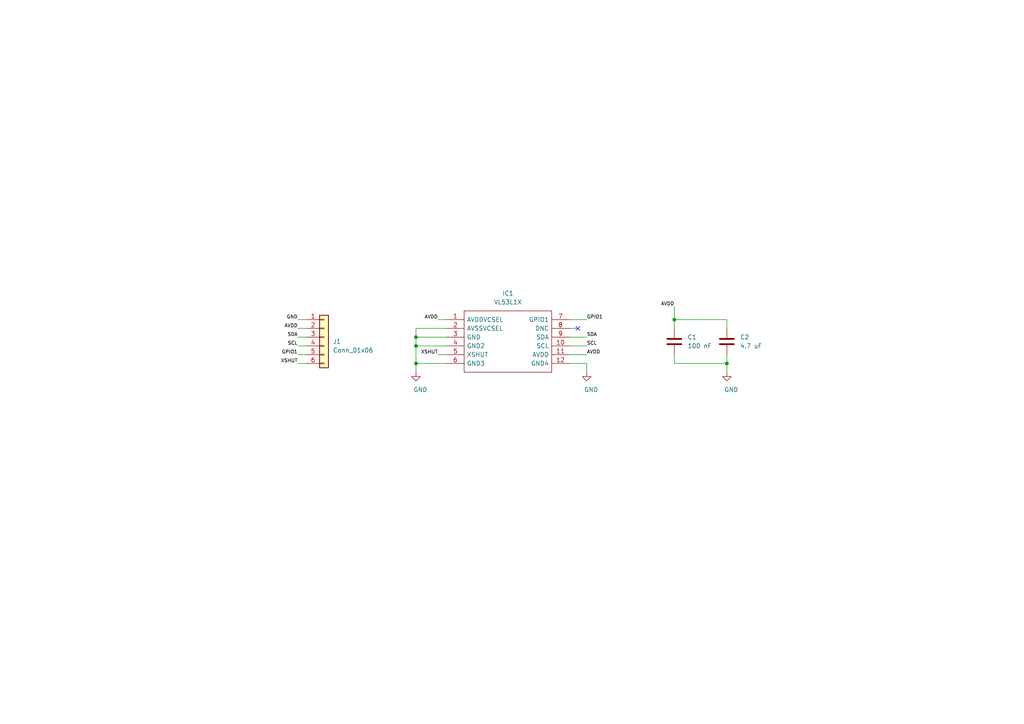
<source format=kicad_sch>
(kicad_sch (version 20201015) (generator eeschema)
  (paper "A4")
  (lib_symbols
    (symbol "Connector_Generic:Conn_01x06" (pin_names (offset 1.016) hide)
      (property "Reference" "J" (at 0 7.62 0))
      (property "Value" "Conn_01x06" (at 0 -10.16 0))
      (symbol "Conn_01x06_1_1"
        (rectangle (start -1.27 -4.953) (end 0 -5.207) (stroke (width 0.1524)))
        (rectangle (start -1.27 -7.493) (end 0 -7.747) (stroke (width 0.1524)))
        (rectangle (start -1.27 -2.413) (end 0 -2.667) (stroke (width 0.1524)))
        (rectangle (start -1.27 2.667) (end 0 2.413) (stroke (width 0.1524)))
        (rectangle (start -1.27 5.207) (end 0 4.953) (stroke (width 0.1524)))
        (rectangle (start -1.27 6.35) (end 1.27 -8.89) (stroke (width 0.254)) (fill (type background)))
        (rectangle (start -1.27 0.127) (end 0 -0.127) (stroke (width 0.1524)))
        (pin passive line (at -5.08 5.08 0) (length 3.81) (name "Pin_1") (number "1"))
        (pin passive line (at -5.08 2.54 0) (length 3.81) (name "Pin_2") (number "2"))
        (pin passive line (at -5.08 0 0) (length 3.81) (name "Pin_3") (number "3"))
        (pin passive line (at -5.08 -2.54 0) (length 3.81) (name "Pin_4") (number "4"))
        (pin passive line (at -5.08 -5.08 0) (length 3.81) (name "Pin_5") (number "5"))
        (pin passive line (at -5.08 -7.62 0) (length 3.81) (name "Pin_6") (number "6"))
      )
    )
    (symbol "Device:C" (pin_numbers hide) (pin_names (offset 0.254))
      (property "Reference" "C" (at 0.635 2.54 0))
      (property "Value" "C" (at 0.635 -2.54 0))
      (symbol "C_0_1"
        (polyline (pts (xy -2.032 -0.762) (xy 2.032 -0.762)) (stroke (width 0.508)))
        (polyline (pts (xy -2.032 0.762) (xy 2.032 0.762)) (stroke (width 0.508)))
      )
      (symbol "C_1_1"
        (pin passive line (at 0 3.81 270) (length 2.794) (name "~") (number "1"))
        (pin passive line (at 0 -3.81 90) (length 2.794) (name "~") (number "2"))
      )
    )
    (symbol "VL53L1X:VL53L1X" (pin_names (offset 0.762))
      (property "Reference" "IC" (at 31.75 7.62 0))
      (property "Value" "VL53L1X" (at 31.75 5.08 0))
      (symbol "VL53L1X_0_0"
        (pin passive line (at 0 0 0) (length 5.08) (name "AVDDVCSEL") (number "1"))
        (pin passive line (at 0 -2.54 0) (length 5.08) (name "AVSSVCSEL") (number "2"))
        (pin passive line (at 0 -5.08 0) (length 5.08) (name "GND") (number "3"))
        (pin passive line (at 0 -7.62 0) (length 5.08) (name "GND2") (number "4"))
        (pin passive line (at 0 -10.16 0) (length 5.08) (name "XSHUT") (number "5"))
        (pin passive line (at 0 -12.7 0) (length 5.08) (name "GND3") (number "6"))
        (pin passive line (at 35.56 0 180) (length 5.08) (name "GPIO1") (number "7"))
        (pin passive line (at 35.56 -2.54 180) (length 5.08) (name "DNC") (number "8"))
        (pin passive line (at 35.56 -5.08 180) (length 5.08) (name "SDA") (number "9"))
        (pin passive line (at 35.56 -7.62 180) (length 5.08) (name "SCL") (number "10"))
        (pin passive line (at 35.56 -10.16 180) (length 5.08) (name "AVDD") (number "11"))
        (pin passive line (at 35.56 -12.7 180) (length 5.08) (name "GND4") (number "12"))
      )
      (symbol "VL53L1X_0_1"
        (polyline (pts (xy 5.08 2.54) (xy 30.48 2.54) (xy 30.48 -15.24) (xy 5.08 -15.24) (xy 5.08 2.54)) (stroke (width 0.1524)))
      )
    )
    (symbol "power:GND" (power) (pin_names (offset 0))
      (property "Value" "GND" (at 0 -3.81 0))
      (symbol "GND_0_1"
        (polyline (pts (xy 0 0) (xy 0 -1.27) (xy 1.27 -1.27) (xy 0 -2.54) (xy -1.27 -1.27) (xy 0 -1.27)))
      )
      (symbol "GND_1_1"
        (pin power_in line (at 0 0 270) (length 0) hide (name "GND") (number "1"))
      )
    )
  )
  (junction (at 120.65 97.79) (diameter 0.9144))
  (junction (at 120.65 100.33) (diameter 0.9144))
  (junction (at 120.65 105.41) (diameter 0.9144))
  (junction (at 195.58 92.71) (diameter 0.9144))
  (junction (at 210.82 105.41) (diameter 0.9144))
  (no_connect (at 167.64 95.25))
  (wire (pts (xy 86.36 92.71) (xy 88.9 92.71)))
  (wire (pts (xy 86.36 95.25) (xy 88.9 95.25)))
  (wire (pts (xy 86.36 97.79) (xy 88.9 97.79)))
  (wire (pts (xy 86.36 100.33) (xy 88.9 100.33)))
  (wire (pts (xy 86.36 102.87) (xy 88.9 102.87)))
  (wire (pts (xy 86.36 105.41) (xy 88.9 105.41)))
  (wire (pts (xy 120.65 95.25) (xy 120.65 97.79)))
  (wire (pts (xy 120.65 95.25) (xy 129.54 95.25)))
  (wire (pts (xy 120.65 97.79) (xy 120.65 100.33)))
  (wire (pts (xy 120.65 97.79) (xy 129.54 97.79)))
  (wire (pts (xy 120.65 100.33) (xy 120.65 105.41)))
  (wire (pts (xy 120.65 100.33) (xy 129.54 100.33)))
  (wire (pts (xy 120.65 105.41) (xy 120.65 107.95)))
  (wire (pts (xy 120.65 105.41) (xy 129.54 105.41)))
  (wire (pts (xy 127 92.71) (xy 129.54 92.71)))
  (wire (pts (xy 127 102.87) (xy 129.54 102.87)))
  (wire (pts (xy 165.1 92.71) (xy 170.18 92.71)))
  (wire (pts (xy 165.1 95.25) (xy 167.64 95.25)))
  (wire (pts (xy 165.1 97.79) (xy 170.18 97.79)))
  (wire (pts (xy 165.1 100.33) (xy 170.18 100.33)))
  (wire (pts (xy 165.1 102.87) (xy 170.18 102.87)))
  (wire (pts (xy 165.1 105.41) (xy 170.18 105.41)))
  (wire (pts (xy 170.18 105.41) (xy 170.18 107.95)))
  (wire (pts (xy 195.58 88.9) (xy 195.58 92.71)))
  (wire (pts (xy 195.58 92.71) (xy 195.58 95.25)))
  (wire (pts (xy 195.58 92.71) (xy 210.82 92.71)))
  (wire (pts (xy 195.58 102.87) (xy 195.58 105.41)))
  (wire (pts (xy 195.58 105.41) (xy 210.82 105.41)))
  (wire (pts (xy 210.82 92.71) (xy 210.82 95.25)))
  (wire (pts (xy 210.82 102.87) (xy 210.82 105.41)))
  (wire (pts (xy 210.82 105.41) (xy 210.82 107.95)))
  (label "GND" (at 86.36 92.71 180) (effects (font (size 1 1))))
  (label "AVDD" (at 86.36 95.25 180) (effects (font (size 1 1))))
  (label "SDA" (at 86.36 97.79 180) (effects (font (size 1 1))))
  (label "SCL" (at 86.36 100.33 180) (effects (font (size 1 1))))
  (label "GPIO1" (at 86.36 102.87 180) (effects (font (size 1 1))))
  (label "XSHUT" (at 86.36 105.41 180) (effects (font (size 1 1))))
  (label "AVDD" (at 127 92.71 180) (effects (font (size 1 1))))
  (label "XSHUT" (at 127 102.87 180) (effects (font (size 1 1))))
  (label "GPIO1" (at 170.18 92.71 0) (effects (font (size 1 1))))
  (label "SDA" (at 170.18 97.79 0) (effects (font (size 1 1))))
  (label "SCL" (at 170.18 100.33 0) (effects (font (size 1 1))))
  (label "AVDD" (at 170.18 102.87 0) (effects (font (size 1 1))))
  (label "AVDD" (at 195.58 88.9 180) (effects (font (size 1 1))))
  (symbol (lib_id "power:GND") (at 120.65 107.95 0) (unit 1)
    (property "Reference" "#PWR0101" (effects hide))
    (property "Value" "GND" (at 121.92 113.03 0))
  )
  (symbol (lib_id "power:GND") (at 170.18 107.95 0) (unit 1)
    (property "Reference" "#PWR0102" (effects hide))
    (property "Value" "GND" (at 171.45 113.03 0))
  )
  (symbol (lib_id "power:GND") (at 210.82 107.95 0) (unit 1)
    (property "Reference" "#PWR0103" (effects hide))
    (property "Value" "GND" (at 212.09 113.03 0))
  )
  (symbol (lib_id "Device:C") (at 195.58 99.06 0) (unit 1)
    (property "Reference" "C1" (at 199.39 97.79 0) (effects (justify left)))
    (property "Value" "100 nF" (at 199.39 100.33 0) (effects (justify left)))
    (property "Footprint" "Capacitor_SMD:C_0201_0603Metric_Pad0.64x0.40mm_HandSolder" (effects hide))
  )
  (symbol (lib_id "Device:C") (at 210.82 99.06 0) (unit 1)
    (property "Reference" "C2" (at 214.63 97.79 0) (effects (justify left)))
    (property "Value" "4.7 uF" (at 214.63 100.33 0) (effects (justify left)))
    (property "Footprint" "Capacitor_SMD:C_0201_0603Metric_Pad0.64x0.40mm_HandSolder" (effects hide))
  )
  (symbol (lib_id "Connector_Generic:Conn_01x06") (at 93.98 97.79 0) (unit 1)
    (property "Reference" "J1" (at 96.52 99.06 0) (effects (justify left)))
    (property "Value" "Conn_01x06" (at 96.52 101.6 0) (effects (justify left)))
    (property "Footprint" "Connector_JST:JST_SH_SM06B-SRSS-TB_1x06-1MP_P1.00mm_Horizontal" (effects hide))
  )
  (symbol (lib_id "VL53L1X:VL53L1X") (at 129.54 92.71 0) (unit 1)
    (property "Reference" "IC1" (at 147.32 85.09 0))
    (property "Value" "VL53L1X" (at 147.32 87.63 0))
    (property "Footprint" "VL53L1X:VL53L1X" (effects hide))
    (property "Datasheet" "https://componentsearchengine.com/Datasheets/1/VL53L1X.pdf" (effects hide))
    (property "Description" "Long distance ranging Time-of-Flight sen" (effects hide))
    (property "Height" "1" (effects hide))
    (property "Manufacturer_Name" "STMicroelectronics" (effects hide))
    (property "Manufacturer_Part_Number" "VL53L1X" (effects hide))
  )
)
</source>
